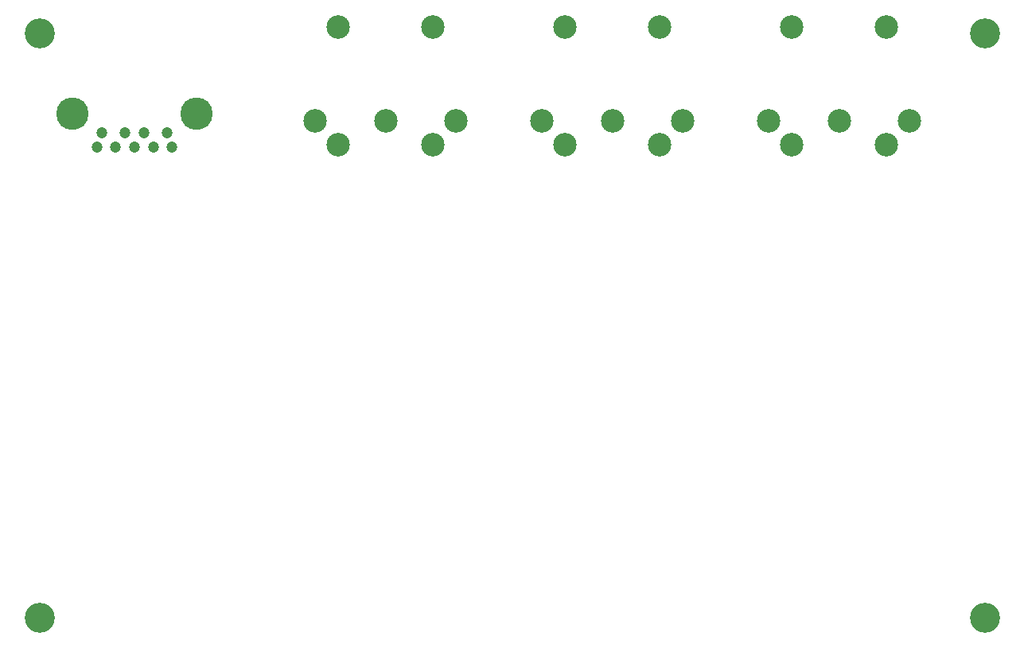
<source format=gbr>
%TF.GenerationSoftware,KiCad,Pcbnew,(5.1.10)-1*%
%TF.CreationDate,2021-07-12T22:11:48+02:00*%
%TF.ProjectId,mister-midi-pcb,6d697374-6572-42d6-9d69-64692d706362,rev?*%
%TF.SameCoordinates,Original*%
%TF.FileFunction,Soldermask,Bot*%
%TF.FilePolarity,Negative*%
%FSLAX46Y46*%
G04 Gerber Fmt 4.6, Leading zero omitted, Abs format (unit mm)*
G04 Created by KiCad (PCBNEW (5.1.10)-1) date 2021-07-12 22:11:48*
%MOMM*%
%LPD*%
G01*
G04 APERTURE LIST*
%ADD10C,3.200000*%
%ADD11C,3.450000*%
%ADD12C,1.200000*%
%ADD13C,2.500000*%
G04 APERTURE END LIST*
D10*
%TO.C,REF\u002A\u002A*%
X164719000Y-79375000D03*
%TD*%
%TO.C,REF\u002A\u002A*%
X164719000Y-141605000D03*
%TD*%
%TO.C,REF\u002A\u002A*%
X64135000Y-141605000D03*
%TD*%
%TO.C,REF\u002A\u002A*%
X64135000Y-79375000D03*
%TD*%
D11*
%TO.C,J2*%
X67679400Y-87992200D03*
X80819400Y-87992200D03*
D12*
X78249400Y-91492200D03*
X76249400Y-91492200D03*
X74249400Y-91492200D03*
X72249400Y-91492200D03*
X70249400Y-91492200D03*
X70749400Y-89992200D03*
X73249400Y-89992200D03*
X75249400Y-89992200D03*
X77749400Y-89992200D03*
%TD*%
D13*
%TO.C,J1*%
X108465000Y-88725000D03*
X95965000Y-91225000D03*
X100965000Y-88725000D03*
X93465000Y-88725000D03*
X105965000Y-91225000D03*
X95965000Y-78725000D03*
X105965000Y-78725000D03*
%TD*%
%TO.C,J3*%
X130095000Y-78725000D03*
X120095000Y-78725000D03*
X130095000Y-91225000D03*
X117595000Y-88725000D03*
X125095000Y-88725000D03*
X120095000Y-91225000D03*
X132595000Y-88725000D03*
%TD*%
%TO.C,J4*%
X156725000Y-88725000D03*
X144225000Y-91225000D03*
X149225000Y-88725000D03*
X141725000Y-88725000D03*
X154225000Y-91225000D03*
X144225000Y-78725000D03*
X154225000Y-78725000D03*
%TD*%
M02*

</source>
